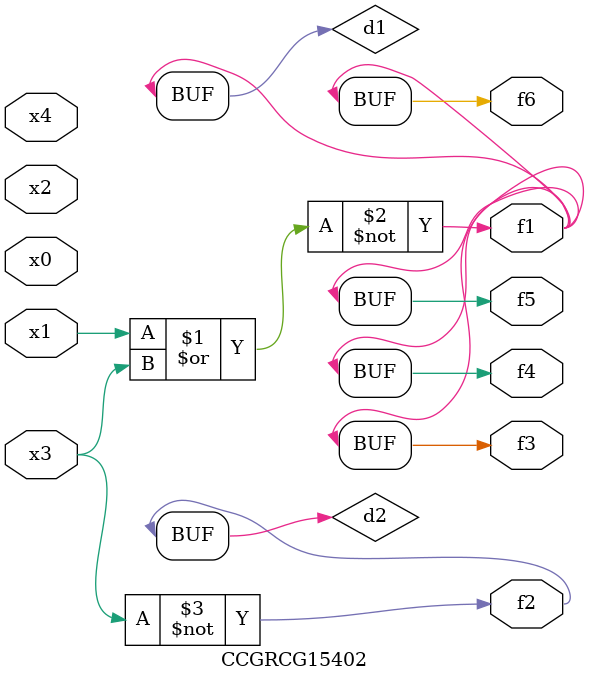
<source format=v>
module CCGRCG15402(
	input x0, x1, x2, x3, x4,
	output f1, f2, f3, f4, f5, f6
);

	wire d1, d2;

	nor (d1, x1, x3);
	not (d2, x3);
	assign f1 = d1;
	assign f2 = d2;
	assign f3 = d1;
	assign f4 = d1;
	assign f5 = d1;
	assign f6 = d1;
endmodule

</source>
